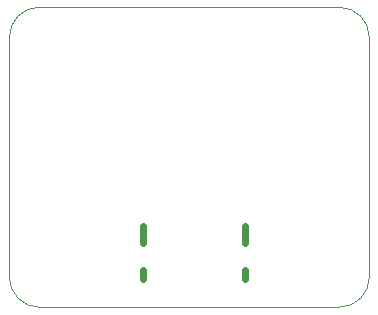
<source format=gbr>
%TF.GenerationSoftware,KiCad,Pcbnew,8.0.4*%
%TF.CreationDate,2024-07-30T18:13:19-04:00*%
%TF.ProjectId,esp32-c3-wroom-socket,65737033-322d-4633-932d-77726f6f6d2d,rev?*%
%TF.SameCoordinates,Original*%
%TF.FileFunction,Profile,NP*%
%FSLAX46Y46*%
G04 Gerber Fmt 4.6, Leading zero omitted, Abs format (unit mm)*
G04 Created by KiCad (PCBNEW 8.0.4) date 2024-07-30 18:13:19*
%MOMM*%
%LPD*%
G01*
G04 APERTURE LIST*
%TA.AperFunction,Profile*%
%ADD10C,0.609600*%
%TD*%
%TA.AperFunction,Profile*%
%ADD11C,0.050000*%
%TD*%
G04 APERTURE END LIST*
D10*
%TO.C,J1*%
X152800000Y-76929301D02*
X152800000Y-75430701D01*
X152800015Y-79958700D02*
X152800015Y-79171300D01*
X161449985Y-76929300D02*
X161449985Y-75430700D01*
X161449985Y-79958700D02*
X161449985Y-79171300D01*
D11*
%TO.C,J2*%
X141470000Y-79800000D02*
X141470000Y-59480000D01*
X144010000Y-56940000D02*
X169410000Y-56940000D01*
X169410000Y-82340000D02*
X144010000Y-82340000D01*
X171950000Y-59480000D02*
X171950000Y-79800000D01*
X141470000Y-59480000D02*
G75*
G02*
X144010000Y-56940000I2540001J-1D01*
G01*
X144010000Y-82340000D02*
G75*
G02*
X141470000Y-79800000I1J2540001D01*
G01*
X169410000Y-56940000D02*
G75*
G02*
X171950000Y-59480000I0J-2540000D01*
G01*
X171950000Y-79800000D02*
G75*
G02*
X169410000Y-82340000I-2540000J0D01*
G01*
%TD*%
M02*

</source>
